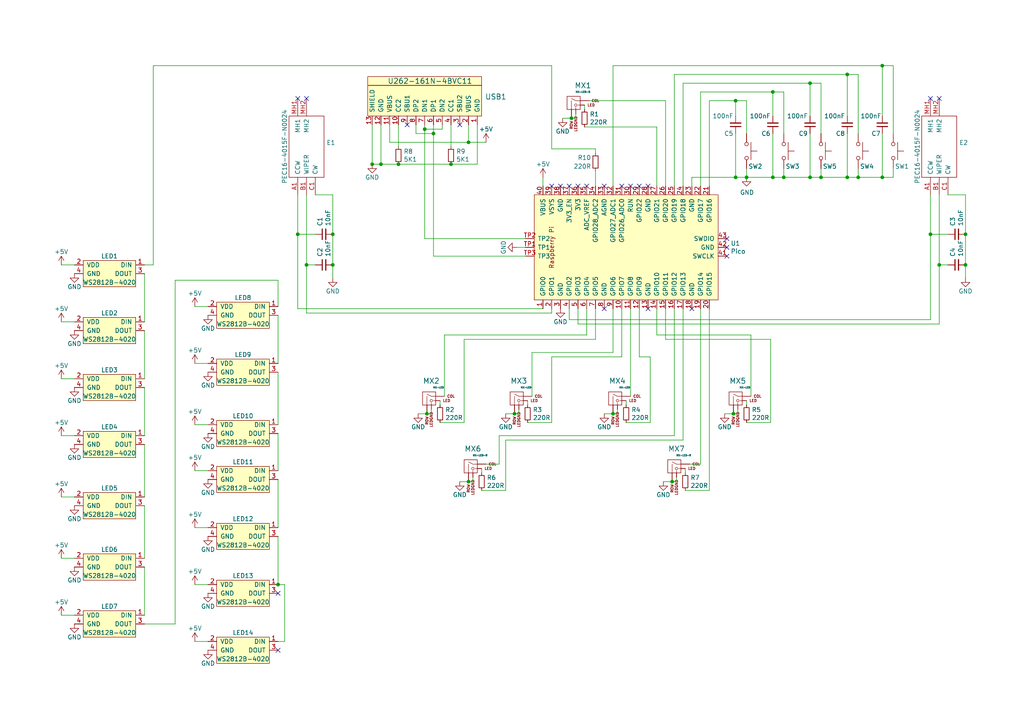
<source format=kicad_sch>
(kicad_sch (version 20230121) (generator eeschema)
  (paper "A4")
  (lib_symbols
    (symbol "Device:C_Small" (pin_numbers hide) (pin_names (offset 0.254) hide)
      (property "Reference" "C" (at 0.254 1.778 0))
      (property "Value" "C_Small" (at 0.254 -2.032 0))
      (symbol "C_Small_0_1"
        (polyline (pts (xy -1.524 -0.508) (xy 1.524 -0.508)) (stroke (width 0.3302)))
        (polyline (pts (xy -1.524 0.508) (xy 1.524 0.508)) (stroke (width 0.3048)))
      )
      (symbol "C_Small_1_1"
        (pin passive line (at 0 2.54 270) (length 2.032) (name "~") (number "1"))
        (pin passive line (at 0 -2.54 90) (length 2.032) (name "~") (number "2"))
      )
    )
    (symbol "Device:R_Small" (pin_numbers hide) (pin_names (offset 0.254) hide)
      (property "Reference" "R" (at 0.762 0.508 0))
      (property "Value" "R_Small" (at 0.762 -1.016 0))
      (symbol "R_Small_0_1"
        (rectangle (start -0.762 1.778) (end 0.762 -1.778) (stroke (width 0.2032)))
      )
      (symbol "R_Small_1_1"
        (pin passive line (at 0 2.54 270) (length 0.762) (name "~") (number "1"))
        (pin passive line (at 0 -2.54 90) (length 0.762) (name "~") (number "2"))
      )
    )
    (symbol "MCU_RaspberryPi_and_Boards:Pico" (pin_names (offset 1.016))
      (property "Reference" "U" (at -13.97 27.94 0))
      (property "Value" "Pico" (at 0 19.05 0))
      (symbol "Pico_0_0"
        (text "Raspberry Pi" (at 0 21.59 0) (effects (font (size 1.27 1.27))))
      )
      (symbol "Pico_0_1"
        (rectangle (start -15.24 26.67) (end 15.24 -26.67) (fill (type background)))
      )
      (symbol "Pico_1_1"
        (pin bidirectional line (at -17.78 24.13 0) (length 2.54) (name "GPIO0") (number "1"))
        (pin bidirectional line (at -17.78 1.27 0) (length 2.54) (name "GPIO7") (number "10"))
        (pin bidirectional line (at -17.78 -1.27 0) (length 2.54) (name "GPIO8") (number "11"))
        (pin bidirectional line (at -17.78 -3.81 0) (length 2.54) (name "GPIO9") (number "12"))
        (pin power_in line (at -17.78 -6.35 0) (length 2.54) (name "GND") (number "13"))
        (pin bidirectional line (at -17.78 -8.89 0) (length 2.54) (name "GPIO10") (number "14"))
        (pin bidirectional line (at -17.78 -11.43 0) (length 2.54) (name "GPIO11") (number "15"))
        (pin bidirectional line (at -17.78 -13.97 0) (length 2.54) (name "GPIO12") (number "16"))
        (pin bidirectional line (at -17.78 -16.51 0) (length 2.54) (name "GPIO13") (number "17"))
        (pin power_in line (at -17.78 -19.05 0) (length 2.54) (name "GND") (number "18"))
        (pin bidirectional line (at -17.78 -21.59 0) (length 2.54) (name "GPIO14") (number "19"))
        (pin bidirectional line (at -17.78 21.59 0) (length 2.54) (name "GPIO1") (number "2"))
        (pin bidirectional line (at -17.78 -24.13 0) (length 2.54) (name "GPIO15") (number "20"))
        (pin bidirectional line (at 17.78 -24.13 180) (length 2.54) (name "GPIO16") (number "21"))
        (pin bidirectional line (at 17.78 -21.59 180) (length 2.54) (name "GPIO17") (number "22"))
        (pin power_in line (at 17.78 -19.05 180) (length 2.54) (name "GND") (number "23"))
        (pin bidirectional line (at 17.78 -16.51 180) (length 2.54) (name "GPIO18") (number "24"))
        (pin bidirectional line (at 17.78 -13.97 180) (length 2.54) (name "GPIO19") (number "25"))
        (pin bidirectional line (at 17.78 -11.43 180) (length 2.54) (name "GPIO20") (number "26"))
        (pin bidirectional line (at 17.78 -8.89 180) (length 2.54) (name "GPIO21") (number "27"))
        (pin power_in line (at 17.78 -6.35 180) (length 2.54) (name "GND") (number "28"))
        (pin bidirectional line (at 17.78 -3.81 180) (length 2.54) (name "GPIO22") (number "29"))
        (pin power_in line (at -17.78 19.05 0) (length 2.54) (name "GND") (number "3"))
        (pin input line (at 17.78 -1.27 180) (length 2.54) (name "RUN") (number "30"))
        (pin bidirectional line (at 17.78 1.27 180) (length 2.54) (name "GPIO26_ADC0") (number "31"))
        (pin bidirectional line (at 17.78 3.81 180) (length 2.54) (name "GPIO27_ADC1") (number "32"))
        (pin power_in line (at 17.78 6.35 180) (length 2.54) (name "AGND") (number "33"))
        (pin bidirectional line (at 17.78 8.89 180) (length 2.54) (name "GPIO28_ADC2") (number "34"))
        (pin unspecified line (at 17.78 11.43 180) (length 2.54) (name "ADC_VREF") (number "35"))
        (pin unspecified line (at 17.78 13.97 180) (length 2.54) (name "3V3") (number "36"))
        (pin input line (at 17.78 16.51 180) (length 2.54) (name "3V3_EN") (number "37"))
        (pin bidirectional line (at 17.78 19.05 180) (length 2.54) (name "GND") (number "38"))
        (pin unspecified line (at 17.78 21.59 180) (length 2.54) (name "VSYS") (number "39"))
        (pin bidirectional line (at -17.78 16.51 0) (length 2.54) (name "GPIO2") (number "4"))
        (pin unspecified line (at 17.78 24.13 180) (length 2.54) (name "VBUS") (number "40"))
        (pin input line (at -2.54 -29.21 90) (length 2.54) (name "SWCLK") (number "41"))
        (pin power_in line (at 0 -29.21 90) (length 2.54) (name "GND") (number "42"))
        (pin bidirectional line (at 2.54 -29.21 90) (length 2.54) (name "SWDIO") (number "43"))
        (pin bidirectional line (at -17.78 13.97 0) (length 2.54) (name "GPIO3") (number "5"))
        (pin bidirectional line (at -17.78 11.43 0) (length 2.54) (name "GPIO4") (number "6"))
        (pin bidirectional line (at -17.78 8.89 0) (length 2.54) (name "GPIO5") (number "7"))
        (pin power_in line (at -17.78 6.35 0) (length 2.54) (name "GND") (number "8"))
        (pin bidirectional line (at -17.78 3.81 0) (length 2.54) (name "GPIO6") (number "9"))
        (pin unspecified line (at 0 29.21 270) (length 2.54) (name "TP1") (number "TP1"))
        (pin bidirectional line (at 2.54 29.21 270) (length 2.54) (name "TP2") (number "TP2"))
        (pin bidirectional line (at -2.54 29.21 270) (length 2.54) (name "TP3") (number "TP3"))
      )
    )
    (symbol "MX_Alps_Hybrid:MX-LED" (pin_names (offset 1.016))
      (property "Reference" "MX" (at -0.635 3.81 0))
      (property "Value" "MX-LED" (at -0.635 1.27 0))
      (symbol "MX-LED_0_0"
        (rectangle (start -2.54 2.54) (end 1.27 -1.27))
        (polyline (pts (xy -1.27 -1.27) (xy -1.27 1.27)) (stroke (width 0.127)))
        (polyline (pts (xy 0 -1.27) (xy 0 -0.635)) (stroke (width 0.127)))
        (polyline (pts (xy 1.27 0) (xy 0.635 0)) (stroke (width 0.127)))
        (polyline (pts (xy 1.27 1.27) (xy 0 1.27) (xy -1.27 1.905)) (stroke (width 0.127)))
        (circle (center 0 0) (radius 0.3556) (stroke (width 0.127)))
        (text "COL" (at 5.715 1.27 0) (effects (font (size 0.762 0.762))))
        (text "LED" (at 4.445 0 0) (effects (font (size 0.762 0.762))))
        (text "ROW" (at -1.27 -4.445 900) (effects (font (size 0.762 0.762)) (justify right)))
      )
      (symbol "MX-LED_1_0"
        (text "LEDGND" (at 0 -3.175 900) (effects (font (size 0.762 0.762)) (justify right)))
      )
      (symbol "MX-LED_1_1"
        (pin passive line (at 3.81 1.27 180) (length 2.54) (name "COL") (number "1"))
        (pin passive line (at -1.27 -3.81 90) (length 2.54) (name "ROW") (number "2"))
        (pin input line (at 2.54 0 180) (length 1.27) (name "LED") (number "3"))
        (pin passive line (at 0 -2.54 90) (length 1.27) (name "LEDGND") (number "4"))
      )
    )
    (symbol "PEC16-4015F-N0024:PEC16-4015F-N0024" (pin_names (offset 0.762))
      (property "Reference" "C" (at 24.13 7.62 0))
      (property "Value" "PEC16-4015F-N0024" (at 24.13 5.08 0))
      (symbol "PEC16-4015F-N0024_0_0"
        (pin passive line (at 0 0 0) (length 5.08) (name "CCW") (number "A1"))
        (pin passive line (at 0 -2.54 0) (length 5.08) (name "WIPER") (number "B1"))
        (pin passive line (at 0 -5.08 0) (length 5.08) (name "CW") (number "C1"))
        (pin passive line (at 27.94 0 180) (length 5.08) (name "MH1") (number "MH1"))
        (pin passive line (at 27.94 -2.54 180) (length 5.08) (name "MH2") (number "MH2"))
      )
      (symbol "PEC16-4015F-N0024_0_1"
        (polyline (pts (xy 5.08 2.54) (xy 22.86 2.54) (xy 22.86 -7.62) (xy 5.08 -7.62) (xy 5.08 2.54)) (stroke (width 0.1524)))
      )
    )
    (symbol "Switch:SW_Push" (pin_numbers hide) (pin_names (offset 1.016) hide)
      (property "Reference" "SW" (at 1.27 2.54 0))
      (property "Value" "SW_Push" (at 0 -1.524 0))
      (symbol "SW_Push_0_1"
        (circle (center -2.032 0) (radius 0.508))
        (polyline (pts (xy 0 1.27) (xy 0 3.048)))
        (polyline (pts (xy 2.54 1.27) (xy -2.54 1.27)))
        (circle (center 2.032 0) (radius 0.508))
        (pin passive line (at -5.08 0 0) (length 2.54) (name "1") (number "1"))
        (pin passive line (at 5.08 0 180) (length 2.54) (name "2") (number "2"))
      )
    )
    (symbol "Type-C:HRO-TYPE-C-31-M-12" (pin_names (offset 1.016))
      (property "Reference" "USB" (at -5.08 16.51 0))
      (property "Value" "HRO-TYPE-C-31-M-12" (at -10.16 -1.27 90))
      (symbol "HRO-TYPE-C-31-M-12_0_1"
        (rectangle (start -11.43 15.24) (end -8.89 -17.78) (fill (type background)))
        (rectangle (start 0 -17.78) (end -8.89 15.24) (fill (type background)))
      )
      (symbol "HRO-TYPE-C-31-M-12_1_1"
        (pin input line (at 2.54 13.97 180) (length 2.54) (name "GND") (number "1"))
        (pin input line (at 2.54 -8.89 180) (length 2.54) (name "CC2") (number "10"))
        (pin input line (at 2.54 -11.43 180) (length 2.54) (name "VBUS") (number "11"))
        (pin input line (at 2.54 -13.97 180) (length 2.54) (name "GND") (number "12"))
        (pin input line (at 2.54 -16.51 180) (length 2.54) (name "SHIELD") (number "13"))
        (pin input line (at 2.54 11.43 180) (length 2.54) (name "VBUS") (number "2"))
        (pin input line (at 2.54 8.89 180) (length 2.54) (name "SBU2") (number "3"))
        (pin input line (at 2.54 6.35 180) (length 2.54) (name "CC1") (number "4"))
        (pin input line (at 2.54 3.81 180) (length 2.54) (name "DN2") (number "5"))
        (pin input line (at 2.54 1.27 180) (length 2.54) (name "DP1") (number "6"))
        (pin input line (at 2.54 -1.27 180) (length 2.54) (name "DN1") (number "7"))
        (pin input line (at 2.54 -3.81 180) (length 2.54) (name "DP2") (number "8"))
        (pin input line (at 2.54 -6.35 180) (length 2.54) (name "SBU1") (number "9"))
      )
    )
    (symbol "agg-kicad:WS2812B-4020" (pin_names (offset 1.016))
      (property "Reference" "LED" (at -7.62 5.08 0))
      (property "Value" "WS2812B-4020" (at -7.62 -5.08 0))
      (symbol "WS2812B-4020_0_0"
        (pin input line (at 10.16 2.54 180) (length 2.54) (name "DIN") (number "1"))
        (pin power_in line (at -10.16 2.54 0) (length 2.54) (name "VDD") (number "2"))
        (pin output line (at 10.16 0 180) (length 2.54) (name "DOUT") (number "3"))
        (pin power_in line (at -10.16 0 0) (length 2.54) (name "GND") (number "4"))
      )
      (symbol "WS2812B-4020_0_1"
        (rectangle (start -7.62 3.81) (end 7.62 -3.81) (fill (type background)))
      )
    )
    (symbol "power:+5V" (power) (pin_names (offset 0))
      (property "Value" "+5V" (at 0 3.556 0))
      (symbol "+5V_0_1"
        (polyline (pts (xy -0.762 1.27) (xy 0 2.54)))
        (polyline (pts (xy 0 0) (xy 0 2.54)))
        (polyline (pts (xy 0 2.54) (xy 0.762 1.27)))
      )
      (symbol "+5V_1_1"
        (pin power_in line (at 0 0 90) (length 0) hide (name "+5V") (number "1"))
      )
    )
    (symbol "power:GND" (power) (pin_names (offset 0))
      (property "Value" "GND" (at 0 -3.81 0))
      (symbol "GND_0_1"
        (polyline (pts (xy 0 0) (xy 0 -1.27) (xy 1.27 -1.27) (xy 0 -2.54) (xy -1.27 -1.27) (xy 0 -1.27)))
      )
      (symbol "GND_1_1"
        (pin power_in line (at 0 0 270) (length 0) hide (name "GND") (number "1"))
      )
    )
  )
  (junction (at 177.8 120.015))
  (junction (at 227.33 51.435))
  (junction (at 107.95 47.625))
  (junction (at 123.19 37.465))
  (junction (at 272.415 76.835))
  (junction (at 216.535 51.435))
  (junction (at 245.745 21.59))
  (junction (at 115.57 47.625))
  (junction (at 248.92 51.435))
  (junction (at 224.155 51.435))
  (junction (at 80.645 169.545))
  (junction (at 96.52 67.945))
  (junction (at 123.825 120.015))
  (junction (at 213.36 51.435))
  (junction (at 149.225 120.015))
  (junction (at 280.035 67.945))
  (junction (at 88.9 76.835))
  (junction (at 135.89 139.7))
  (junction (at 255.905 19.05))
  (junction (at 234.95 51.435))
  (junction (at 255.905 51.435))
  (junction (at 224.155 26.67))
  (junction (at 234.95 24.13))
  (junction (at 238.125 51.435))
  (junction (at 130.81 47.625))
  (junction (at 86.36 67.945))
  (junction (at 135.89 41.275))
  (junction (at 213.36 29.21))
  (junction (at 125.73 38.735))
  (junction (at 269.875 67.945))
  (junction (at 96.52 76.835))
  (junction (at 110.49 47.625))
  (junction (at 212.725 120.015))
  (junction (at 280.035 76.835))
  (junction (at 245.745 51.435))
  (junction (at 165.735 34.29))
  (junction (at 194.945 139.7))
  (no_connect (at 175.26 89.535))
  (no_connect (at 269.875 28.575))
  (no_connect (at 80.645 188.595))
  (no_connect (at 210.82 71.755))
  (no_connect (at 167.64 53.975))
  (no_connect (at 165.1 53.975))
  (no_connect (at 170.18 53.975))
  (no_connect (at 133.35 36.195))
  (no_connect (at 187.96 89.535))
  (no_connect (at 210.82 74.295))
  (no_connect (at 182.88 53.975))
  (no_connect (at 175.26 53.975))
  (no_connect (at 187.96 53.975))
  (no_connect (at 80.645 172.085))
  (no_connect (at 160.02 53.975))
  (no_connect (at 185.42 53.975))
  (no_connect (at 88.9 28.575))
  (no_connect (at 200.66 89.535))
  (no_connect (at 118.11 36.195))
  (no_connect (at 86.36 28.575))
  (no_connect (at 162.56 53.975))
  (no_connect (at 272.415 28.575))
  (no_connect (at 180.34 53.975))
  (no_connect (at 210.82 69.215))
  (wire (pts (xy 179.07 118.745) (xy 179.07 120.015)))
  (wire (pts (xy 135.89 41.275) (xy 140.97 41.275)))
  (wire (pts (xy 269.875 92.71) (xy 165.1 92.71)))
  (wire (pts (xy 223.52 122.555) (xy 223.52 98.425)))
  (wire (pts (xy 224.155 26.67) (xy 227.33 26.67)))
  (wire (pts (xy 120.65 38.735) (xy 125.73 38.735)))
  (wire (pts (xy 17.78 76.835) (xy 21.59 76.835)))
  (wire (pts (xy 196.215 138.43) (xy 196.215 139.7)))
  (wire (pts (xy 50.8 81.28) (xy 80.645 81.28)))
  (wire (pts (xy 217.805 97.155) (xy 190.5 97.155)))
  (wire (pts (xy 269.875 67.945) (xy 269.875 92.71)))
  (wire (pts (xy 185.42 89.535) (xy 185.42 103.505)))
  (wire (pts (xy 272.415 76.835) (xy 272.415 93.98)))
  (wire (pts (xy 41.91 146.685) (xy 41.91 161.925)))
  (wire (pts (xy 163.195 34.29) (xy 165.735 34.29)))
  (wire (pts (xy 130.81 36.195) (xy 130.81 42.545)))
  (wire (pts (xy 154.305 102.235) (xy 177.8 102.235)))
  (wire (pts (xy 200.66 51.435) (xy 200.66 53.975)))
  (wire (pts (xy 212.725 120.015) (xy 210.185 120.015)))
  (wire (pts (xy 137.16 138.43) (xy 137.16 139.7)))
  (wire (pts (xy 224.155 38.735) (xy 224.155 51.435)))
  (wire (pts (xy 224.155 51.435) (xy 227.33 51.435)))
  (wire (pts (xy 169.545 36.83) (xy 190.5 36.83)))
  (wire (pts (xy 88.9 90.805) (xy 160.02 90.805)))
  (wire (pts (xy 153.035 116.205) (xy 153.035 117.475)))
  (wire (pts (xy 125.73 38.735) (xy 125.73 74.295)))
  (wire (pts (xy 17.78 161.925) (xy 21.59 161.925)))
  (wire (pts (xy 56.515 169.545) (xy 60.325 169.545)))
  (wire (pts (xy 216.535 48.895) (xy 216.535 51.435)))
  (wire (pts (xy 203.2 89.535) (xy 203.2 134.62)))
  (wire (pts (xy 88.9 76.835) (xy 91.44 76.835)))
  (wire (pts (xy 203.2 26.67) (xy 224.155 26.67)))
  (wire (pts (xy 88.9 76.835) (xy 88.9 90.805)))
  (wire (pts (xy 248.92 21.59) (xy 248.92 38.735)))
  (wire (pts (xy 255.905 38.735) (xy 255.905 51.435)))
  (wire (pts (xy 17.78 109.855) (xy 21.59 109.855)))
  (wire (pts (xy 41.91 79.375) (xy 41.91 93.345)))
  (wire (pts (xy 255.905 51.435) (xy 259.08 51.435)))
  (wire (pts (xy 193.04 98.425) (xy 193.04 89.535)))
  (wire (pts (xy 238.125 24.13) (xy 238.125 38.735)))
  (wire (pts (xy 234.95 24.13) (xy 234.95 33.655)))
  (wire (pts (xy 139.7 142.24) (xy 146.685 142.24)))
  (wire (pts (xy 128.27 36.195) (xy 128.27 37.465)))
  (wire (pts (xy 139.7 135.89) (xy 139.7 137.16)))
  (wire (pts (xy 113.03 41.275) (xy 135.89 41.275)))
  (wire (pts (xy 216.535 116.205) (xy 216.535 117.475)))
  (wire (pts (xy 177.8 19.05) (xy 255.905 19.05)))
  (wire (pts (xy 269.875 67.945) (xy 274.955 67.945)))
  (wire (pts (xy 190.5 36.83) (xy 190.5 53.975)))
  (wire (pts (xy 17.78 178.435) (xy 21.59 178.435)))
  (wire (pts (xy 41.91 128.905) (xy 41.91 144.145)))
  (wire (pts (xy 216.535 51.435) (xy 224.155 51.435)))
  (wire (pts (xy 188.595 122.555) (xy 188.595 103.505)))
  (wire (pts (xy 224.155 26.67) (xy 224.155 33.655)))
  (wire (pts (xy 190.5 97.155) (xy 190.5 89.535)))
  (wire (pts (xy 135.89 139.7) (xy 133.35 139.7)))
  (wire (pts (xy 170.815 29.21) (xy 193.04 29.21)))
  (wire (pts (xy 138.43 36.195) (xy 138.43 47.625)))
  (wire (pts (xy 177.8 102.235) (xy 177.8 89.535)))
  (wire (pts (xy 167.005 34.29) (xy 165.735 34.29)))
  (wire (pts (xy 86.36 56.515) (xy 86.36 67.945)))
  (wire (pts (xy 144.78 134.62) (xy 144.78 126.365)))
  (wire (pts (xy 227.33 26.67) (xy 227.33 38.735)))
  (wire (pts (xy 150.495 120.015) (xy 149.225 120.015)))
  (wire (pts (xy 169.545 30.48) (xy 169.545 31.75)))
  (wire (pts (xy 259.08 19.05) (xy 259.08 38.735)))
  (wire (pts (xy 165.1 92.71) (xy 165.1 89.535)))
  (wire (pts (xy 213.36 29.21) (xy 213.36 33.655)))
  (wire (pts (xy 125.73 36.195) (xy 125.73 38.735)))
  (wire (pts (xy 234.95 51.435) (xy 238.125 51.435)))
  (wire (pts (xy 80.645 169.545) (xy 80.645 155.575)))
  (wire (pts (xy 227.33 51.435) (xy 234.95 51.435)))
  (wire (pts (xy 234.95 24.13) (xy 238.125 24.13)))
  (wire (pts (xy 198.12 24.13) (xy 234.95 24.13)))
  (wire (pts (xy 41.91 95.885) (xy 41.91 109.855)))
  (wire (pts (xy 160.02 43.18) (xy 160.02 19.05)))
  (wire (pts (xy 127.635 122.555) (xy 134.62 122.555)))
  (wire (pts (xy 113.03 36.195) (xy 113.03 41.275)))
  (wire (pts (xy 245.745 38.735) (xy 245.745 51.435)))
  (wire (pts (xy 123.19 36.195) (xy 123.19 37.465)))
  (wire (pts (xy 238.125 48.895) (xy 238.125 51.435)))
  (wire (pts (xy 56.515 105.41) (xy 60.325 105.41)))
  (wire (pts (xy 134.62 98.425) (xy 172.72 98.425)))
  (wire (pts (xy 80.645 81.28) (xy 80.645 88.9)))
  (wire (pts (xy 146.685 127.635) (xy 198.12 127.635)))
  (wire (pts (xy 134.62 122.555) (xy 134.62 98.425)))
  (wire (pts (xy 280.035 67.945) (xy 280.035 76.835)))
  (wire (pts (xy 180.34 103.505) (xy 180.34 89.535)))
  (wire (pts (xy 172.72 53.975) (xy 172.72 49.53)))
  (wire (pts (xy 154.305 114.935) (xy 154.305 102.235)))
  (wire (pts (xy 245.745 21.59) (xy 248.92 21.59)))
  (wire (pts (xy 188.595 103.505) (xy 185.42 103.505)))
  (wire (pts (xy 234.95 38.735) (xy 234.95 51.435)))
  (wire (pts (xy 198.755 142.24) (xy 205.74 142.24)))
  (wire (pts (xy 128.27 37.465) (xy 123.19 37.465)))
  (wire (pts (xy 115.57 36.195) (xy 115.57 42.545)))
  (wire (pts (xy 200.025 134.62) (xy 203.2 134.62)))
  (wire (pts (xy 115.57 47.625) (xy 110.49 47.625)))
  (wire (pts (xy 120.65 36.195) (xy 120.65 38.735)))
  (wire (pts (xy 107.95 36.195) (xy 107.95 47.625)))
  (wire (pts (xy 160.02 103.505) (xy 180.34 103.505)))
  (wire (pts (xy 213.995 120.015) (xy 212.725 120.015)))
  (wire (pts (xy 196.215 139.7) (xy 194.945 139.7)))
  (wire (pts (xy 149.86 71.755) (xy 152.4 71.755)))
  (wire (pts (xy 269.875 56.515) (xy 269.875 67.945)))
  (wire (pts (xy 198.755 135.89) (xy 198.755 137.16)))
  (wire (pts (xy 91.44 56.515) (xy 96.52 56.515)))
  (wire (pts (xy 255.905 19.05) (xy 259.08 19.05)))
  (wire (pts (xy 88.9 56.515) (xy 88.9 76.835)))
  (wire (pts (xy 41.91 180.975) (xy 50.8 180.975)))
  (wire (pts (xy 17.78 93.345) (xy 21.59 93.345)))
  (wire (pts (xy 167.005 33.02) (xy 167.005 34.29)))
  (wire (pts (xy 135.89 36.195) (xy 135.89 41.275)))
  (wire (pts (xy 130.81 47.625) (xy 115.57 47.625)))
  (wire (pts (xy 245.745 21.59) (xy 245.745 33.655)))
  (wire (pts (xy 216.535 29.21) (xy 216.535 38.735)))
  (wire (pts (xy 17.78 126.365) (xy 21.59 126.365)))
  (wire (pts (xy 160.02 19.05) (xy 44.45 19.05)))
  (wire (pts (xy 213.36 51.435) (xy 216.535 51.435)))
  (wire (pts (xy 140.97 134.62) (xy 144.78 134.62)))
  (wire (pts (xy 82.55 169.545) (xy 82.55 186.055)))
  (wire (pts (xy 195.58 21.59) (xy 195.58 53.975)))
  (wire (pts (xy 205.74 29.21) (xy 213.36 29.21)))
  (wire (pts (xy 280.035 67.945) (xy 280.035 56.515)))
  (wire (pts (xy 56.515 186.055) (xy 60.325 186.055)))
  (wire (pts (xy 195.58 89.535) (xy 195.58 126.365)))
  (wire (pts (xy 41.91 76.835) (xy 44.45 76.835)))
  (wire (pts (xy 125.095 120.015) (xy 123.825 120.015)))
  (wire (pts (xy 80.645 169.545) (xy 82.55 169.545)))
  (wire (pts (xy 86.36 67.945) (xy 86.36 89.535)))
  (wire (pts (xy 172.72 44.45) (xy 172.72 43.18)))
  (wire (pts (xy 80.645 136.525) (xy 80.645 125.73)))
  (wire (pts (xy 121.285 120.015) (xy 123.825 120.015)))
  (wire (pts (xy 223.52 98.425) (xy 193.04 98.425)))
  (wire (pts (xy 167.64 93.98) (xy 167.64 89.535)))
  (wire (pts (xy 50.8 180.975) (xy 50.8 81.28)))
  (wire (pts (xy 56.515 123.19) (xy 60.325 123.19)))
  (wire (pts (xy 80.645 153.035) (xy 80.645 139.065)))
  (wire (pts (xy 128.905 114.935) (xy 128.905 97.155)))
  (wire (pts (xy 56.515 153.035) (xy 60.325 153.035)))
  (wire (pts (xy 149.225 120.015) (xy 146.685 120.015)))
  (wire (pts (xy 144.78 126.365) (xy 195.58 126.365)))
  (wire (pts (xy 272.415 76.835) (xy 274.955 76.835)))
  (wire (pts (xy 160.02 90.805) (xy 160.02 89.535)))
  (wire (pts (xy 110.49 47.625) (xy 107.95 47.625)))
  (wire (pts (xy 248.92 51.435) (xy 248.92 48.895)))
  (wire (pts (xy 205.74 89.535) (xy 205.74 142.24)))
  (wire (pts (xy 177.8 19.05) (xy 177.8 53.975)))
  (wire (pts (xy 248.92 51.435) (xy 255.905 51.435)))
  (wire (pts (xy 172.72 98.425) (xy 172.72 89.535)))
  (wire (pts (xy 213.995 118.745) (xy 213.995 120.015)))
  (wire (pts (xy 96.52 76.835) (xy 96.52 80.645)))
  (wire (pts (xy 272.415 93.98) (xy 167.64 93.98)))
  (wire (pts (xy 213.36 29.21) (xy 216.535 29.21)))
  (wire (pts (xy 255.905 19.05) (xy 255.905 33.655)))
  (wire (pts (xy 86.36 89.535) (xy 157.48 89.535)))
  (wire (pts (xy 194.945 139.7) (xy 192.405 139.7)))
  (wire (pts (xy 195.58 21.59) (xy 245.745 21.59)))
  (wire (pts (xy 227.33 51.435) (xy 227.33 48.895)))
  (wire (pts (xy 205.74 29.21) (xy 205.74 53.975)))
  (wire (pts (xy 193.04 29.21) (xy 193.04 53.975)))
  (wire (pts (xy 80.645 105.41) (xy 80.645 91.44)))
  (wire (pts (xy 128.905 97.155) (xy 170.18 97.155)))
  (wire (pts (xy 96.52 67.945) (xy 96.52 56.515)))
  (wire (pts (xy 80.645 123.19) (xy 80.645 107.95)))
  (wire (pts (xy 198.12 24.13) (xy 198.12 53.975)))
  (wire (pts (xy 181.61 122.555) (xy 188.595 122.555)))
  (wire (pts (xy 123.19 37.465) (xy 123.19 69.215)))
  (wire (pts (xy 150.495 118.745) (xy 150.495 120.015)))
  (wire (pts (xy 123.19 69.215) (xy 152.4 69.215)))
  (wire (pts (xy 86.36 67.945) (xy 91.44 67.945)))
  (wire (pts (xy 213.36 38.735) (xy 213.36 51.435)))
  (wire (pts (xy 127.635 116.205) (xy 127.635 117.475)))
  (wire (pts (xy 56.515 136.525) (xy 60.325 136.525)))
  (wire (pts (xy 182.88 89.535) (xy 182.88 114.935)))
  (wire (pts (xy 125.095 118.745) (xy 125.095 120.015)))
  (wire (pts (xy 179.07 120.015) (xy 177.8 120.015)))
  (wire (pts (xy 177.8 120.015) (xy 175.26 120.015)))
  (wire (pts (xy 125.73 74.295) (xy 152.4 74.295)))
  (wire (pts (xy 216.535 122.555) (xy 223.52 122.555)))
  (wire (pts (xy 17.78 144.145) (xy 21.59 144.145)))
  (wire (pts (xy 181.61 116.205) (xy 181.61 117.475)))
  (wire (pts (xy 272.415 56.515) (xy 272.415 76.835)))
  (wire (pts (xy 44.45 19.05) (xy 44.45 76.835)))
  (wire (pts (xy 172.72 43.18) (xy 160.02 43.18)))
  (wire (pts (xy 138.43 47.625) (xy 130.81 47.625)))
  (wire (pts (xy 82.55 186.055) (xy 80.645 186.055)))
  (wire (pts (xy 137.16 139.7) (xy 135.89 139.7)))
  (wire (pts (xy 146.685 142.24) (xy 146.685 127.635)))
  (wire (pts (xy 110.49 36.195) (xy 110.49 47.625)))
  (wire (pts (xy 274.955 56.515) (xy 280.035 56.515)))
  (wire (pts (xy 238.125 51.435) (xy 245.745 51.435)))
  (wire (pts (xy 157.48 51.435) (xy 157.48 53.975)))
  (wire (pts (xy 41.91 178.435) (xy 41.91 164.465)))
  (wire (pts (xy 170.18 97.155) (xy 170.18 89.535)))
  (wire (pts (xy 245.745 51.435) (xy 248.92 51.435)))
  (wire (pts (xy 259.08 48.895) (xy 259.08 51.435)))
  (wire (pts (xy 203.2 26.67) (xy 203.2 53.975)))
  (wire (pts (xy 198.12 89.535) (xy 198.12 127.635)))
  (wire (pts (xy 280.035 76.835) (xy 280.035 80.645)))
  (wire (pts (xy 200.66 51.435) (xy 213.36 51.435)))
  (wire (pts (xy 153.035 122.555) (xy 160.02 122.555)))
  (wire (pts (xy 96.52 67.945) (xy 96.52 76.835)))
  (wire (pts (xy 56.515 88.9) (xy 60.325 88.9)))
  (wire (pts (xy 160.02 122.555) (xy 160.02 103.505)))
  (wire (pts (xy 217.805 114.935) (xy 217.805 97.155)))
  (wire (pts (xy 41.91 112.395) (xy 41.91 126.365)))
  (symbol (lib_id "MCU_RaspberryPi_and_Boards:Pico") (at 181.61 71.755 90) (unit 1)
    (property "Reference" "U1" (at 211.9376 70.5866 90) (effects (justify right)))
    (property "Value" "Pico" (at 211.9376 72.898 90) (effects (justify right)))
    (property "Footprint" "MCU_RaspberryPi_and_Boards:RPi_Pico_SMD_TH" (effects hide))
  )
  (symbol (lib_id "MX_Alps_Hybrid:MX-LED") (at 167.005 30.48 0) (unit 1)
    (property "Reference" "MX1" (at 169.0878 24.7904 0) (effects (font (size 1.524 1.524))))
    (property "Value" "MX-LED-B" (at 169.0878 26.67 0) (effects (font (size 0.508 0.508))))
    (property "Footprint" "MX_Only:MXOnly-1.5U-Hotswap-LED-SMD" (effects hide))
    (property "LCSC" "C440444" (effects hide))
  )
  (symbol (lib_id "MX_Alps_Hybrid:MX-LED") (at 125.095 116.205 0) (unit 1)
    (property "Reference" "MX2" (at 125.095 110.49 0) (effects (font (size 1.524 1.524))))
    (property "Value" "MX-LED" (at 127.1778 112.395 0) (effects (font (size 0.508 0.508))))
    (property "Footprint" "MX_Only:MXOnly-1.5U-Hotswap-LED-SMD" (effects hide))
    (property "LCSC" "C26545" (effects hide))
  )
  (symbol (lib_id "MX_Alps_Hybrid:MX-LED") (at 150.495 116.205 0) (unit 1)
    (property "Reference" "MX3" (at 150.495 110.49 0) (effects (font (size 1.524 1.524))))
    (property "Value" "MX-LED" (at 152.5778 112.395 0) (effects (font (size 0.508 0.508))))
    (property "Footprint" "MX_Only:MXOnly-1.5U-Hotswap-LED-SMD" (effects hide))
    (property "LCSC" "C26545" (effects hide))
  )
  (symbol (lib_id "MX_Alps_Hybrid:MX-LED") (at 179.07 116.205 0) (unit 1)
    (property "Reference" "MX4" (at 179.07 110.49 0) (effects (font (size 1.524 1.524))))
    (property "Value" "MX-LED" (at 181.1528 112.395 0) (effects (font (size 0.508 0.508))))
    (property "Footprint" "MX_Only:MXOnly-1.5U-Hotswap-LED-SMD" (effects hide))
    (property "LCSC" "C26545" (effects hide))
  )
  (symbol (lib_id "MX_Alps_Hybrid:MX-LED") (at 213.995 116.205 0) (unit 1)
    (property "Reference" "MX5" (at 213.995 110.49 0) (effects (font (size 1.524 1.524))))
    (property "Value" "MX-LED" (at 216.0778 112.395 0) (effects (font (size 0.508 0.508))))
    (property "Footprint" "MX_Only:MXOnly-1.5U-Hotswap-LED-SMD" (effects hide))
    (property "LCSC" "C26545" (effects hide))
  )
  (symbol (lib_id "MX_Alps_Hybrid:MX-LED") (at 137.16 135.89 0) (unit 1)
    (property "Reference" "MX6" (at 137.16 130.175 0) (effects (font (size 1.524 1.524))))
    (property "Value" "MX-LED-R" (at 139.2428 132.08 0) (effects (font (size 0.508 0.508))))
    (property "Footprint" "MX_Only:MXOnly-1.5U-Hotswap-LED-SMD" (effects hide))
    (property "LCSC" "C440441" (effects hide))
  )
  (symbol (lib_id "MX_Alps_Hybrid:MX-LED") (at 196.215 135.89 0) (unit 1)
    (property "Reference" "MX7" (at 196.215 130.175 0) (effects (font (size 1.524 1.524))))
    (property "Value" "MX-LED-R" (at 198.2978 132.08 0) (effects (font (size 0.508 0.508))))
    (property "Footprint" "MX_Only:MXOnly-1.5U-Hotswap-LED-SMD" (effects hide))
    (property "LCSC" "C440441" (effects hide))
  )
  (symbol (lib_id "PEC16-4015F-N0024:PEC16-4015F-N0024") (at 86.36 56.515 90) (unit 1)
    (property "Reference" "E1" (at 94.6912 41.3766 90) (effects (justify right)))
    (property "Value" "PEC16-4015F-N0024" (at 82.55 31.75 0) (effects (justify right)))
    (property "Footprint" "PEC16-4015F-N0024:PEC16-4015F-N0024-millmax" (effects hide))
    (property "Datasheet" "https://www.bourns.com/docs/Product-Datasheets/pec16.pdf" (effects hide))
    (property "Description" "Mechanical Encoder Rotary Incremental Flat 0.02N.m Straight Quadrature Digital Square Wave 24PPR Through Hole PC Pin" (effects hide))
    (property "Height" "21.5" (effects hide))
    (property "Mouser Part Number" "652-PEC16-4015FN0024" (effects hide))
    (property "Mouser Price/Stock" "https://www.mouser.co.uk/ProductDetail/Bourns/PEC16-4015F-N0024?qs=h2IHEVivlqBHjMMX4nV%252Bdg%3D%3D" (effects hide))
    (property "Manufacturer_Name" "Bourns" (effects hide))
    (property "Manufacturer_Part_Number" "PEC16-4015F-N0024" (effects hide))
  )
  (symbol (lib_id "PEC16-4015F-N0024:PEC16-4015F-N0024") (at 269.875 56.515 90) (unit 1)
    (property "Reference" "E2" (at 278.2062 41.3766 90) (effects (justify right)))
    (property "Value" "PEC16-4015F-N0024" (at 266.065 31.75 0) (effects (justify right)))
    (property "Footprint" "PEC16-4015F-N0024:PEC16-4015F-N0024-millmax" (effects hide))
    (property "Datasheet" "https://www.bourns.com/docs/Product-Datasheets/pec16.pdf" (effects hide))
    (property "Description" "Mechanical Encoder Rotary Incremental Flat 0.02N.m Straight Quadrature Digital Square Wave 24PPR Through Hole PC Pin" (effects hide))
    (property "Height" "21.5" (effects hide))
    (property "Mouser Part Number" "652-PEC16-4015FN0024" (effects hide))
    (property "Mouser Price/Stock" "https://www.mouser.co.uk/ProductDetail/Bourns/PEC16-4015F-N0024?qs=h2IHEVivlqBHjMMX4nV%252Bdg%3D%3D" (effects hide))
    (property "Manufacturer_Name" "Bourns" (effects hide))
    (property "Manufacturer_Part_Number" "PEC16-4015F-N0024" (effects hide))
  )
  (symbol (lib_id "power:GND") (at 121.285 120.015 0) (unit 1)
    (property "Reference" "#PWR0101" (effects hide))
    (property "Value" "GND" (at 121.285 123.825 0))
  )
  (symbol (lib_id "power:GND") (at 146.685 120.015 0) (unit 1)
    (property "Reference" "#PWR0102" (effects hide))
    (property "Value" "GND" (at 146.685 123.825 0))
  )
  (symbol (lib_id "power:GND") (at 175.26 120.015 0) (unit 1)
    (property "Reference" "#PWR0103" (effects hide))
    (property "Value" "GND" (at 175.26 123.825 0))
  )
  (symbol (lib_id "power:GND") (at 210.185 120.015 0) (unit 1)
    (property "Reference" "#PWR0104" (effects hide))
    (property "Value" "GND" (at 210.185 123.825 0))
  )
  (symbol (lib_id "power:GND") (at 192.405 139.7 0) (unit 1)
    (property "Reference" "#PWR0105" (effects hide))
    (property "Value" "GND" (at 192.405 143.51 0))
  )
  (symbol (lib_id "power:GND") (at 133.35 139.7 0) (unit 1)
    (property "Reference" "#PWR0106" (effects hide))
    (property "Value" "GND" (at 133.35 143.51 0))
  )
  (symbol (lib_id "power:GND") (at 163.195 34.29 0) (unit 1)
    (property "Reference" "#PWR0107" (effects hide))
    (property "Value" "GND" (at 163.195 38.1 0))
  )
  (symbol (lib_id "power:GND") (at 96.52 80.645 0) (unit 1)
    (property "Reference" "#PWR0108" (effects hide))
    (property "Value" "GND" (at 96.52 84.455 0))
  )
  (symbol (lib_id "power:GND") (at 280.035 80.645 0) (unit 1)
    (property "Reference" "#PWR0109" (effects hide))
    (property "Value" "GND" (at 280.035 84.455 0))
  )
  (symbol (lib_id "power:GND") (at 149.86 71.755 270) (unit 1)
    (property "Reference" "#PWR0110" (effects hide))
    (property "Value" "GND" (at 146.05 71.755 0))
  )
  (symbol (lib_id "Device:R_Small") (at 169.545 34.29 0) (unit 1)
    (property "Reference" "R1" (at 171.0436 33.1216 0) (effects (justify left)))
    (property "Value" "220R" (at 171.0436 35.433 0) (effects (justify left)))
    (property "Footprint" "Resistor_SMD:R_1206_3216Metric_Pad1.30x1.75mm_HandSolder" (effects hide))
    (property "LCSC" "C22962" (effects hide))
  )
  (symbol (lib_id "Device:R_Small") (at 127.635 120.015 0) (unit 1)
    (property "Reference" "R2" (at 129.1336 118.8466 0) (effects (justify left)))
    (property "Value" "220R" (at 129.1336 121.158 0) (effects (justify left)))
    (property "Footprint" "Resistor_SMD:R_1206_3216Metric_Pad1.30x1.75mm_HandSolder" (effects hide))
    (property "LCSC" "C22962" (effects hide))
  )
  (symbol (lib_id "Device:R_Small") (at 153.035 120.015 0) (unit 1)
    (property "Reference" "R3" (at 154.5336 118.8466 0) (effects (justify left)))
    (property "Value" "220R" (at 154.5336 121.158 0) (effects (justify left)))
    (property "Footprint" "Resistor_SMD:R_1206_3216Metric_Pad1.30x1.75mm_HandSolder" (effects hide))
    (property "LCSC" "C22962" (effects hide))
  )
  (symbol (lib_id "Device:R_Small") (at 181.61 120.015 0) (unit 1)
    (property "Reference" "R4" (at 183.1086 118.8466 0) (effects (justify left)))
    (property "Value" "220R" (at 183.1086 121.158 0) (effects (justify left)))
    (property "Footprint" "Resistor_SMD:R_1206_3216Metric_Pad1.30x1.75mm_HandSolder" (effects hide))
    (property "LCSC" "C22962" (effects hide))
  )
  (symbol (lib_id "Device:R_Small") (at 216.535 120.015 0) (unit 1)
    (property "Reference" "R5" (at 218.0336 118.8466 0) (effects (justify left)))
    (property "Value" "220R" (at 218.0336 121.158 0) (effects (justify left)))
    (property "Footprint" "Resistor_SMD:R_1206_3216Metric_Pad1.30x1.75mm_HandSolder" (effects hide))
    (property "LCSC" "C22962" (effects hide))
  )
  (symbol (lib_id "Device:R_Small") (at 198.755 139.7 0) (unit 1)
    (property "Reference" "R7" (at 200.2536 138.5316 0) (effects (justify left)))
    (property "Value" "220R" (at 200.2536 140.843 0) (effects (justify left)))
    (property "Footprint" "Resistor_SMD:R_1206_3216Metric_Pad1.30x1.75mm_HandSolder" (effects hide))
    (property "LCSC" "C22962" (effects hide))
  )
  (symbol (lib_id "Device:R_Small") (at 139.7 139.7 0) (unit 1)
    (property "Reference" "R6" (at 141.1986 138.5316 0) (effects (justify left)))
    (property "Value" "220R" (at 141.1986 140.843 0) (effects (justify left)))
    (property "Footprint" "Resistor_SMD:R_1206_3216Metric_Pad1.30x1.75mm_HandSolder" (effects hide))
    (property "LCSC" "C22962" (effects hide))
  )
  (symbol (lib_id "Type-C:HRO-TYPE-C-31-M-12") (at 124.46 33.655 270) (unit 1)
    (property "Reference" "USB1" (at 140.6652 28.067 90) (effects (font (size 1.524 1.524)) (justify left)))
    (property "Value" "U262-161N-4BVC11" (at 112.395 23.495 90) (effects (font (size 1.524 1.524)) (justify left)))
    (property "Footprint" "Type-C:HRO-TYPE-C-31-M-12-Assembly" (effects hide))
    (property "LCSC" "C319148" (effects hide))
  )
  (symbol (lib_id "power:GND") (at 107.95 47.625 0) (unit 1)
    (property "Reference" "#PWR0112" (effects hide))
    (property "Value" "GND" (at 107.95 51.435 0))
  )
  (symbol (lib_id "power:+5V") (at 157.48 51.435 0) (unit 1)
    (property "Reference" "#PWR0113" (effects hide))
    (property "Value" "+5V" (at 157.48 47.625 0))
  )
  (symbol (lib_id "power:+5V") (at 140.97 41.275 0) (unit 1)
    (property "Reference" "#PWR0114" (effects hide))
    (property "Value" "+5V" (at 140.97 37.465 0))
  )
  (symbol (lib_id "Device:R_Small") (at 115.57 45.085 0) (unit 1)
    (property "Reference" "R8" (at 117.0686 43.9166 0) (effects (justify left)))
    (property "Value" "5K1" (at 117.0686 46.228 0) (effects (justify left)))
    (property "Footprint" "Resistor_SMD:R_1206_3216Metric_Pad1.30x1.75mm_HandSolder" (effects hide))
    (property "LCSC" "C23186" (effects hide))
  )
  (symbol (lib_id "Device:R_Small") (at 130.81 45.085 0) (unit 1)
    (property "Reference" "R9" (at 132.3086 43.9166 0) (effects (justify left)))
    (property "Value" "5K1" (at 132.3086 46.228 0) (effects (justify left)))
    (property "Footprint" "Resistor_SMD:R_1206_3216Metric_Pad1.30x1.75mm_HandSolder" (effects hide))
    (property "LCSC" "C23186" (effects hide))
  )
  (symbol (lib_id "power:+5V") (at 17.78 76.835 0) (unit 1)
    (property "Reference" "#PWR0115" (effects hide))
    (property "Value" "+5V" (at 17.78 73.025 0))
  )
  (symbol (lib_id "power:GND") (at 21.59 146.685 0) (unit 1)
    (property "Reference" "#PWR0116" (effects hide))
    (property "Value" "GND" (at 21.59 150.495 0))
  )
  (symbol (lib_id "Device:R_Small") (at 172.72 46.99 180) (unit 1)
    (property "Reference" "R10" (at 171.45 45.72 0) (effects (justify left)))
    (property "Value" "220R" (at 171.45 48.26 0) (effects (justify left)))
    (property "Footprint" "Resistor_SMD:R_1206_3216Metric_Pad1.30x1.75mm_HandSolder" (effects hide))
    (property "LCSC" "C22962" (effects hide))
  )
  (symbol (lib_id "Device:C_Small") (at 93.98 76.835 90) (unit 1)
    (property "Reference" "C2" (at 92.8116 74.4982 0) (effects (justify left)))
    (property "Value" "10nF" (at 95.123 74.4982 0) (effects (justify left)))
    (property "Footprint" "Capacitor_SMD:C_1206_3216Metric_Pad1.33x1.80mm_HandSolder" (effects hide))
    (property "LCSC" "C57112" (effects hide))
  )
  (symbol (lib_id "Device:C_Small") (at 93.98 67.945 90) (unit 1)
    (property "Reference" "C1" (at 92.8116 65.6082 0) (effects (justify left)))
    (property "Value" "10nF" (at 95.123 65.6082 0) (effects (justify left)))
    (property "Footprint" "Capacitor_SMD:C_1206_3216Metric_Pad1.33x1.80mm_HandSolder" (effects hide))
    (property "LCSC" "C57112" (effects hide))
  )
  (symbol (lib_id "Device:C_Small") (at 277.495 76.835 90) (unit 1)
    (property "Reference" "C4" (at 276.3266 74.4982 0) (effects (justify left)))
    (property "Value" "10nF" (at 278.638 74.4982 0) (effects (justify left)))
    (property "Footprint" "Capacitor_SMD:C_1206_3216Metric_Pad1.33x1.80mm_HandSolder" (effects hide))
    (property "LCSC" "C57112" (effects hide))
  )
  (symbol (lib_id "Device:C_Small") (at 277.495 67.945 90) (unit 1)
    (property "Reference" "C3" (at 276.3266 65.6082 0) (effects (justify left)))
    (property "Value" "10nF" (at 278.638 65.6082 0) (effects (justify left)))
    (property "Footprint" "Capacitor_SMD:C_1206_3216Metric_Pad1.33x1.80mm_HandSolder" (effects hide))
    (property "LCSC" "C57112" (effects hide))
  )
  (symbol (lib_id "power:GND") (at 21.59 79.375 0) (unit 1)
    (property "Reference" "#PWR0119" (effects hide))
    (property "Value" "GND" (at 21.59 83.185 0))
  )
  (symbol (lib_id "power:GND") (at 21.59 95.885 0) (unit 1)
    (property "Reference" "#PWR0121" (effects hide))
    (property "Value" "GND" (at 21.59 99.695 0))
  )
  (symbol (lib_id "power:GND") (at 21.59 112.395 0) (unit 1)
    (property "Reference" "#PWR0122" (effects hide))
    (property "Value" "GND" (at 21.59 116.205 0))
  )
  (symbol (lib_id "power:GND") (at 21.59 128.905 0) (unit 1)
    (property "Reference" "#PWR0123" (effects hide))
    (property "Value" "GND" (at 21.59 132.715 0))
  )
  (symbol (lib_id "power:+5V") (at 17.78 93.345 0) (unit 1)
    (property "Reference" "#PWR0128" (effects hide))
    (property "Value" "+5V" (at 17.78 89.535 0))
  )
  (symbol (lib_id "power:+5V") (at 17.78 109.855 0) (unit 1)
    (property "Reference" "#PWR0126" (effects hide))
    (property "Value" "+5V" (at 17.78 106.045 0))
  )
  (symbol (lib_id "power:+5V") (at 17.78 126.365 0) (unit 1)
    (property "Reference" "#PWR0130" (effects hide))
    (property "Value" "+5V" (at 17.78 122.555 0))
  )
  (symbol (lib_id "power:+5V") (at 17.78 144.145 0) (unit 1)
    (property "Reference" "#PWR0127" (effects hide))
    (property "Value" "+5V" (at 17.78 140.335 0))
  )
  (symbol (lib_id "power:GND") (at 162.56 89.535 0) (unit 1)
    (property "Reference" "#PWR0120" (effects hide))
    (property "Value" "GND" (at 162.56 93.345 0))
  )
  (symbol (lib_id "agg-kicad:WS2812B-4020") (at 31.75 128.905 0) (unit 1)
    (property "Reference" "LED4" (at 31.75 123.825 0))
    (property "Value" "WS2812B-4020" (at 31.75 131.445 0))
    (property "Footprint" "agg:WS2812B-4020" (effects hide))
    (property "Datasheet" "https://datasheet.lcsc.com/szlcsc/2012110135_Worldsemi-WS2812B-4020_C965557.pdf" (effects hide))
  )
  (symbol (lib_id "Device:C_Small") (at 245.745 36.195 180) (unit 1)
    (property "Reference" "C8" (at 245.11 38.735 0) (effects (justify left)))
    (property "Value" "100nF" (at 245.11 33.655 0) (effects (justify left)))
    (property "Footprint" "Capacitor_SMD:C_1206_3216Metric_Pad1.33x1.80mm_HandSolder" (effects hide))
    (property "LCSC" "C57112" (effects hide))
  )
  (symbol (lib_id "agg-kicad:WS2812B-4020") (at 31.75 95.885 0) (unit 1)
    (property "Reference" "LED2" (at 31.75 90.805 0))
    (property "Value" "WS2812B-4020" (at 31.75 98.425 0))
    (property "Footprint" "agg:WS2812B-4020" (effects hide))
    (property "Datasheet" "https://datasheet.lcsc.com/szlcsc/2012110135_Worldsemi-WS2812B-4020_C965557.pdf" (effects hide))
  )
  (symbol (lib_id "Device:C_Small") (at 255.905 36.195 0) (mirror x) (unit 1)
    (property "Reference" "C7" (at 252.73 38.735 0) (effects (justify left)))
    (property "Value" "100nF" (at 249.555 33.655 0) (effects (justify left)))
    (property "Footprint" "Capacitor_SMD:C_1206_3216Metric_Pad1.33x1.80mm_HandSolder" (effects hide))
    (property "LCSC" "C57112" (effects hide))
  )
  (symbol (lib_id "Switch:SW_Push") (at 216.535 43.815 270) (unit 1)
    (property "Reference" "SW2" (at 219.075 48.26 90))
    (property "Value" "SW_Push" (effects hide))
    (property "Footprint" "Button_Switch_THT:SW_Tactile_SPST_Angled_PTS645Vx83-2LFS" (effects hide))
  )
  (symbol (lib_id "power:GND") (at 21.59 164.465 0) (unit 1)
    (property "Reference" "#PWR06" (effects hide))
    (property "Value" "GND" (at 21.59 168.275 0))
  )
  (symbol (lib_id "power:GND") (at 60.325 155.575 0) (unit 1)
    (property "Reference" "#PWR017" (effects hide))
    (property "Value" "GND" (at 60.325 159.385 0))
  )
  (symbol (lib_id "Device:C_Small") (at 213.36 36.195 180) (unit 1)
    (property "Reference" "C5" (at 212.725 38.735 0) (effects (justify left)))
    (property "Value" "100nF" (at 212.725 33.655 0) (effects (justify left)))
    (property "Footprint" "Capacitor_SMD:C_1206_3216Metric_Pad1.33x1.80mm_HandSolder" (effects hide))
    (property "LCSC" "C57112" (effects hide))
  )
  (symbol (lib_id "agg-kicad:WS2812B-4020") (at 70.485 188.595 0) (unit 1)
    (property "Reference" "LED14" (at 70.485 183.515 0))
    (property "Value" "WS2812B-4020" (at 70.485 191.135 0))
    (property "Footprint" "agg:WS2812B-4020" (effects hide))
    (property "Datasheet" "https://datasheet.lcsc.com/szlcsc/2012110135_Worldsemi-WS2812B-4020_C965557.pdf" (effects hide))
  )
  (symbol (lib_id "agg-kicad:WS2812B-4020") (at 31.75 79.375 0) (unit 1)
    (property "Reference" "LED1" (at 31.75 74.295 0))
    (property "Value" "WS2812B-4020" (at 31.75 81.915 0))
    (property "Footprint" "agg:WS2812B-4020" (effects hide))
    (property "Datasheet" "https://datasheet.lcsc.com/szlcsc/2012110135_Worldsemi-WS2812B-4020_C965557.pdf" (effects hide))
  )
  (symbol (lib_id "agg-kicad:WS2812B-4020") (at 70.485 139.065 0) (unit 1)
    (property "Reference" "LED11" (at 70.485 133.985 0))
    (property "Value" "WS2812B-4020" (at 70.485 141.605 0))
    (property "Footprint" "agg:WS2812B-4020" (effects hide))
    (property "Datasheet" "https://datasheet.lcsc.com/szlcsc/2012110135_Worldsemi-WS2812B-4020_C965557.pdf" (effects hide))
  )
  (symbol (lib_id "Switch:SW_Push") (at 259.08 43.815 270) (unit 1)
    (property "Reference" "SW1" (at 261.62 48.26 90))
    (property "Value" "SW_Push" (effects hide))
    (property "Footprint" "Button_Switch_THT:SW_Tactile_SPST_Angled_PTS645Vx83-2LFS" (effects hide))
  )
  (symbol (lib_id "agg-kicad:WS2812B-4020") (at 70.485 155.575 0) (unit 1)
    (property "Reference" "LED12" (at 70.485 150.495 0))
    (property "Value" "WS2812B-4020" (at 70.485 158.115 0))
    (property "Footprint" "agg:WS2812B-4020" (effects hide))
    (property "Datasheet" "https://datasheet.lcsc.com/szlcsc/2012110135_Worldsemi-WS2812B-4020_C965557.pdf" (effects hide))
  )
  (symbol (lib_id "Device:C_Small") (at 234.95 36.195 180) (unit 1)
    (property "Reference" "C9" (at 234.315 38.735 0) (effects (justify left)))
    (property "Value" "100nF" (at 234.315 33.655 0) (effects (justify left)))
    (property "Footprint" "Capacitor_SMD:C_1206_3216Metric_Pad1.33x1.80mm_HandSolder" (effects hide))
    (property "LCSC" "C57112" (effects hide))
  )
  (symbol (lib_id "agg-kicad:WS2812B-4020") (at 70.485 91.44 0) (unit 1)
    (property "Reference" "LED8" (at 70.485 86.36 0))
    (property "Value" "WS2812B-4020" (at 70.485 93.98 0))
    (property "Footprint" "agg:WS2812B-4020" (effects hide))
    (property "Datasheet" "https://datasheet.lcsc.com/szlcsc/2012110135_Worldsemi-WS2812B-4020_C965557.pdf" (effects hide))
  )
  (symbol (lib_id "Switch:SW_Push") (at 227.33 43.815 270) (unit 1)
    (property "Reference" "SW3" (at 229.87 48.26 90))
    (property "Value" "SW_Push" (effects hide))
    (property "Footprint" "Button_Switch_THT:SW_Tactile_SPST_Angled_PTS645Vx83-2LFS" (effects hide))
  )
  (symbol (lib_id "power:GND") (at 60.325 125.73 0) (unit 1)
    (property "Reference" "#PWR010" (effects hide))
    (property "Value" "GND" (at 60.325 129.54 0))
  )
  (symbol (lib_id "agg-kicad:WS2812B-4020") (at 31.75 180.975 0) (unit 1)
    (property "Reference" "LED7" (at 31.75 175.895 0))
    (property "Value" "WS2812B-4020" (at 31.75 183.515 0))
    (property "Footprint" "agg:WS2812B-4020" (effects hide))
    (property "Datasheet" "https://datasheet.lcsc.com/szlcsc/2012110135_Worldsemi-WS2812B-4020_C965557.pdf" (effects hide))
  )
  (symbol (lib_id "power:GND") (at 216.535 51.435 0) (unit 1)
    (property "Reference" "#PWR0117" (effects hide))
    (property "Value" "GND" (at 216.662 55.8292 0))
  )
  (symbol (lib_id "power:+5V") (at 56.515 88.9 0) (unit 1)
    (property "Reference" "#PWR03" (effects hide))
    (property "Value" "+5V" (at 56.515 85.09 0))
  )
  (symbol (lib_id "power:GND") (at 60.325 107.95 0) (unit 1)
    (property "Reference" "#PWR09" (effects hide))
    (property "Value" "GND" (at 60.325 111.76 0))
  )
  (symbol (lib_id "agg-kicad:WS2812B-4020") (at 70.485 172.085 0) (unit 1)
    (property "Reference" "LED13" (at 70.485 167.005 0))
    (property "Value" "WS2812B-4020" (at 70.485 174.625 0))
    (property "Footprint" "agg:WS2812B-4020" (effects hide))
    (property "Datasheet" "https://datasheet.lcsc.com/szlcsc/2012110135_Worldsemi-WS2812B-4020_C965557.pdf" (effects hide))
  )
  (symbol (lib_id "agg-kicad:WS2812B-4020") (at 31.75 146.685 0) (unit 1)
    (property "Reference" "LED5" (at 31.75 141.605 0))
    (property "Value" "WS2812B-4020" (at 31.75 149.225 0))
    (property "Footprint" "agg:WS2812B-4020" (effects hide))
    (property "Datasheet" "https://datasheet.lcsc.com/szlcsc/2012110135_Worldsemi-WS2812B-4020_C965557.pdf" (effects hide))
  )
  (symbol (lib_id "agg-kicad:WS2812B-4020") (at 70.485 107.95 0) (unit 1)
    (property "Reference" "LED9" (at 70.485 102.87 0))
    (property "Value" "WS2812B-4020" (at 70.485 110.49 0))
    (property "Footprint" "agg:WS2812B-4020" (effects hide))
    (property "Datasheet" "https://datasheet.lcsc.com/szlcsc/2012110135_Worldsemi-WS2812B-4020_C965557.pdf" (effects hide))
  )
  (symbol (lib_id "power:GND") (at 60.325 139.065 0) (unit 1)
    (property "Reference" "#PWR016" (effects hide))
    (property "Value" "GND" (at 60.325 142.875 0))
  )
  (symbol (lib_id "Switch:SW_Push") (at 238.125 43.815 270) (unit 1)
    (property "Reference" "SW5" (at 240.665 48.26 90))
    (property "Value" "SW_Push" (effects hide))
    (property "Footprint" "Button_Switch_THT:SW_Tactile_SPST_Angled_PTS645Vx83-2LFS" (effects hide))
  )
  (symbol (lib_id "power:+5V") (at 56.515 169.545 0) (unit 1)
    (property "Reference" "#PWR013" (effects hide))
    (property "Value" "+5V" (at 56.515 165.735 0))
  )
  (symbol (lib_id "power:+5V") (at 56.515 136.525 0) (unit 1)
    (property "Reference" "#PWR011" (effects hide))
    (property "Value" "+5V" (at 56.515 132.715 0))
  )
  (symbol (lib_id "power:+5V") (at 56.515 153.035 0) (unit 1)
    (property "Reference" "#PWR012" (effects hide))
    (property "Value" "+5V" (at 56.515 149.225 0))
  )
  (symbol (lib_id "power:+5V") (at 17.78 161.925 0) (unit 1)
    (property "Reference" "#PWR01" (effects hide))
    (property "Value" "+5V" (at 17.78 158.115 0))
  )
  (symbol (lib_id "Device:C_Small") (at 224.155 36.195 180) (unit 1)
    (property "Reference" "C6" (at 223.52 38.735 0) (effects (justify left)))
    (property "Value" "100nF" (at 223.52 33.655 0) (effects (justify left)))
    (property "Footprint" "Capacitor_SMD:C_1206_3216Metric_Pad1.33x1.80mm_HandSolder" (effects hide))
    (property "LCSC" "C57112" (effects hide))
  )
  (symbol (lib_id "power:GND") (at 60.325 172.085 0) (unit 1)
    (property "Reference" "#PWR018" (effects hide))
    (property "Value" "GND" (at 60.325 175.895 0))
  )
  (symbol (lib_id "power:+5V") (at 56.515 105.41 0) (unit 1)
    (property "Reference" "#PWR04" (effects hide))
    (property "Value" "+5V" (at 56.515 101.6 0))
  )
  (symbol (lib_id "Switch:SW_Push") (at 248.92 43.815 270) (unit 1)
    (property "Reference" "SW4" (at 251.46 48.26 90))
    (property "Value" "SW_Push" (effects hide))
    (property "Footprint" "Button_Switch_THT:SW_Tactile_SPST_Angled_PTS645Vx83-2LFS" (effects hide))
  )
  (symbol (lib_id "power:+5V") (at 56.515 123.19 0) (unit 1)
    (property "Reference" "#PWR05" (effects hide))
    (property "Value" "+5V" (at 56.515 119.38 0))
  )
  (symbol (lib_id "agg-kicad:WS2812B-4020") (at 31.75 112.395 0) (unit 1)
    (property "Reference" "LED3" (at 31.75 107.315 0))
    (property "Value" "WS2812B-4020" (at 31.75 114.935 0))
    (property "Footprint" "agg:WS2812B-4020" (effects hide))
    (property "Datasheet" "https://datasheet.lcsc.com/szlcsc/2012110135_Worldsemi-WS2812B-4020_C965557.pdf" (effects hide))
  )
  (symbol (lib_id "power:GND") (at 60.325 188.595 0) (unit 1)
    (property "Reference" "#PWR019" (effects hide))
    (property "Value" "GND" (at 60.325 192.405 0))
  )
  (symbol (lib_id "power:+5V") (at 17.78 178.435 0) (unit 1)
    (property "Reference" "#PWR02" (effects hide))
    (property "Value" "+5V" (at 17.78 174.625 0))
  )
  (symbol (lib_id "agg-kicad:WS2812B-4020") (at 70.485 125.73 0) (unit 1)
    (property "Reference" "LED10" (at 70.485 120.65 0))
    (property "Value" "WS2812B-4020" (at 70.485 128.27 0))
    (property "Footprint" "agg:WS2812B-4020" (effects hide))
    (property "Datasheet" "https://datasheet.lcsc.com/szlcsc/2012110135_Worldsemi-WS2812B-4020_C965557.pdf" (effects hide))
  )
  (symbol (lib_id "power:+5V") (at 56.515 186.055 0) (unit 1)
    (property "Reference" "#PWR014" (effects hide))
    (property "Value" "+5V" (at 56.515 182.245 0))
  )
  (symbol (lib_id "power:GND") (at 60.325 91.44 0) (unit 1)
    (property "Reference" "#PWR08" (effects hide))
    (property "Value" "GND" (at 60.325 95.25 0))
  )
  (symbol (lib_id "power:GND") (at 21.59 180.975 0) (unit 1)
    (property "Reference" "#PWR07" (effects hide))
    (property "Value" "GND" (at 21.59 184.785 0))
  )
  (symbol (lib_id "agg-kicad:WS2812B-4020") (at 31.75 164.465 0) (unit 1)
    (property "Reference" "LED6" (at 31.75 159.385 0))
    (property "Value" "WS2812B-4020" (at 31.75 167.005 0))
    (property "Footprint" "agg:WS2812B-4020" (effects hide))
    (property "Datasheet" "https://datasheet.lcsc.com/szlcsc/2012110135_Worldsemi-WS2812B-4020_C965557.pdf" (effects hide))
  )
)
</source>
